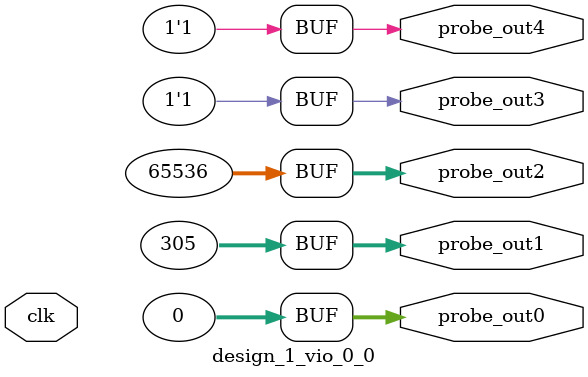
<source format=v>
`timescale 1ns / 1ps
module design_1_vio_0_0 (
clk,

probe_out0,
probe_out1,
probe_out2,
probe_out3,
probe_out4
);

input clk;

output reg [31 : 0] probe_out0 = 'h00000000 ;
output reg [31 : 0] probe_out1 = 'h00000131 ;
output reg [31 : 0] probe_out2 = 'h00010000 ;
output reg [0 : 0] probe_out3 = 'h1 ;
output reg [0 : 0] probe_out4 = 'h1 ;


endmodule

</source>
